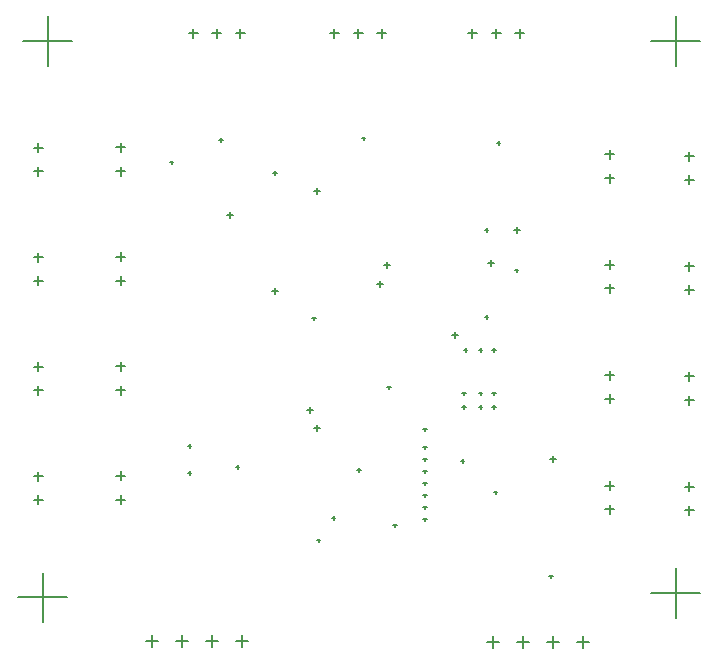
<source format=gbr>
%TF.GenerationSoftware,Altium Limited,Altium Designer,20.0.13 (296)*%
G04 Layer_Color=128*
%FSLAX25Y25*%
%MOIN*%
%TF.FileFunction,Drillmap*%
%TF.Part,Single*%
G01*
G75*
%TA.AperFunction,NonConductor*%
%ADD52C,0.00500*%
D52*
X584500Y156000D02*
X588500D01*
X586500Y154000D02*
Y158000D01*
X564500Y156000D02*
X568500D01*
X566500Y154000D02*
Y158000D01*
X554500Y156000D02*
X558500D01*
X556500Y154000D02*
Y158000D01*
X574500Y156000D02*
X578500D01*
X576500Y154000D02*
Y158000D01*
X471000Y156500D02*
X475000D01*
X473000Y154500D02*
Y158500D01*
X451000Y156500D02*
X455000D01*
X453000Y154500D02*
Y158500D01*
X441000Y156500D02*
X445000D01*
X443000Y154500D02*
Y158500D01*
X461000Y156500D02*
X465000D01*
X463000Y154500D02*
Y158500D01*
X609232Y356500D02*
X625768D01*
X617500Y348232D02*
Y364768D01*
X399854Y356500D02*
X416390D01*
X408122Y348232D02*
Y364768D01*
X398232Y171000D02*
X414768D01*
X406500Y162732D02*
Y179268D01*
X431000Y240126D02*
X434000D01*
X432500Y238626D02*
Y241626D01*
X431000Y248000D02*
X434000D01*
X432500Y246500D02*
Y249500D01*
X431000Y203626D02*
X434000D01*
X432500Y202126D02*
Y205126D01*
X431000Y211500D02*
X434000D01*
X432500Y210000D02*
Y213000D01*
X431000Y276626D02*
X434000D01*
X432500Y275126D02*
Y278126D01*
X431000Y284500D02*
X434000D01*
X432500Y283000D02*
Y286000D01*
X431000Y313126D02*
X434000D01*
X432500Y311626D02*
Y314626D01*
X431000Y321000D02*
X434000D01*
X432500Y319500D02*
Y322500D01*
X403500Y203500D02*
X406500D01*
X405000Y202000D02*
Y205000D01*
X403500Y211374D02*
X406500D01*
X405000Y209874D02*
Y212874D01*
X403500Y240000D02*
X406500D01*
X405000Y238500D02*
Y241500D01*
X403500Y247874D02*
X406500D01*
X405000Y246374D02*
Y249374D01*
X403500Y313000D02*
X406500D01*
X405000Y311500D02*
Y314500D01*
X403500Y320874D02*
X406500D01*
X405000Y319374D02*
Y322374D01*
X403500Y276500D02*
X406500D01*
X405000Y275000D02*
Y278000D01*
X403500Y284374D02*
X406500D01*
X405000Y282874D02*
Y285874D01*
X564000Y359000D02*
X567000D01*
X565500Y357500D02*
Y360500D01*
X556126Y359000D02*
X559126D01*
X557626Y357500D02*
Y360500D01*
X548252Y359000D02*
X551252D01*
X549752Y357500D02*
Y360500D01*
X518000Y359000D02*
X521000D01*
X519500Y357500D02*
Y360500D01*
X510126Y359000D02*
X513126D01*
X511626Y357500D02*
Y360500D01*
X502252Y359000D02*
X505252D01*
X503752Y357500D02*
Y360500D01*
X470874Y359000D02*
X473874D01*
X472374Y357500D02*
Y360500D01*
X463000Y359000D02*
X466000D01*
X464500Y357500D02*
Y360500D01*
X455126Y359000D02*
X458126D01*
X456626Y357500D02*
Y360500D01*
X620500Y310209D02*
X623500D01*
X622000Y308709D02*
Y311709D01*
X620500Y318083D02*
X623500D01*
X622000Y316583D02*
Y319583D01*
X620500Y273500D02*
X623500D01*
X622000Y272000D02*
Y275000D01*
X620500Y281374D02*
X623500D01*
X622000Y279874D02*
Y282874D01*
X594000Y310791D02*
X597000D01*
X595500Y309291D02*
Y312291D01*
X594000Y318665D02*
X597000D01*
X595500Y317165D02*
Y320165D01*
X594000Y274000D02*
X597000D01*
X595500Y272500D02*
Y275500D01*
X594000Y281874D02*
X597000D01*
X595500Y280374D02*
Y283374D01*
X594000Y237209D02*
X597000D01*
X595500Y235709D02*
Y238709D01*
X594000Y245083D02*
X597000D01*
X595500Y243583D02*
Y246583D01*
X609232Y172378D02*
X625768D01*
X617500Y164110D02*
Y180646D01*
X620500Y236791D02*
X623500D01*
X622000Y235291D02*
Y238291D01*
X620500Y244665D02*
X623500D01*
X622000Y243165D02*
Y246165D01*
X594000Y200417D02*
X597000D01*
X595500Y198917D02*
Y201917D01*
X594000Y208291D02*
X597000D01*
X595500Y206791D02*
Y209791D01*
X620500Y200083D02*
X623500D01*
X622000Y198583D02*
Y201583D01*
X620500Y207957D02*
X623500D01*
X622000Y206457D02*
Y209457D01*
X468016Y298500D02*
X469984D01*
X469000Y297516D02*
Y299484D01*
X497016Y227500D02*
X498984D01*
X498000Y226516D02*
Y228484D01*
X494516Y233500D02*
X496484D01*
X495500Y232516D02*
Y234484D01*
X533410Y221000D02*
X534590D01*
X534000Y220409D02*
Y221590D01*
X533410Y217000D02*
X534590D01*
X534000Y216409D02*
Y217590D01*
X556910Y206000D02*
X558090D01*
X557500Y205410D02*
Y206591D01*
X533410Y227000D02*
X534590D01*
X534000Y226410D02*
Y227590D01*
X556410Y234500D02*
X557590D01*
X557000Y233910D02*
Y235090D01*
X551909Y234500D02*
X553090D01*
X552500Y233910D02*
Y235090D01*
X556410Y253500D02*
X557590D01*
X557000Y252909D02*
Y254090D01*
X551909Y253500D02*
X553090D01*
X552500Y252909D02*
Y254090D01*
X546910Y253500D02*
X548091D01*
X547500Y252909D02*
Y254090D01*
X551909Y239000D02*
X553090D01*
X552500Y238409D02*
Y239591D01*
X546410Y234500D02*
X547590D01*
X547000Y233910D02*
Y235090D01*
X556410Y239000D02*
X557590D01*
X557000Y238409D02*
Y239591D01*
X546410Y239000D02*
X547590D01*
X547000Y238409D02*
Y239591D01*
X533410Y213000D02*
X534590D01*
X534000Y212409D02*
Y213591D01*
X533410Y201000D02*
X534590D01*
X534000Y200409D02*
Y201591D01*
X533410Y209000D02*
X534590D01*
X534000Y208410D02*
Y209591D01*
X533410Y197000D02*
X534590D01*
X534000Y196409D02*
Y197591D01*
X533410Y205000D02*
X534590D01*
X534000Y204409D02*
Y205591D01*
X496410Y264000D02*
X497590D01*
X497000Y263409D02*
Y264591D01*
X465410Y323500D02*
X466590D01*
X466000Y322909D02*
Y324091D01*
X512910Y324000D02*
X514090D01*
X513500Y323410D02*
Y324590D01*
X557909Y322500D02*
X559091D01*
X558500Y321909D02*
Y323091D01*
X553909Y293500D02*
X555091D01*
X554500Y292910D02*
Y294091D01*
X563909Y280000D02*
X565091D01*
X564500Y279410D02*
Y280591D01*
X553909Y264500D02*
X555091D01*
X554500Y263910D02*
Y265090D01*
X545910Y216500D02*
X547090D01*
X546500Y215910D02*
Y217091D01*
X575410Y178000D02*
X576590D01*
X576000Y177409D02*
Y178591D01*
X454910Y221500D02*
X456090D01*
X455500Y220910D02*
Y222091D01*
X454910Y212500D02*
X456090D01*
X455500Y211910D02*
Y213090D01*
X497909Y190000D02*
X499090D01*
X498500Y189409D02*
Y190591D01*
X483410Y312500D02*
X484590D01*
X484000Y311910D02*
Y313090D01*
X521410Y241000D02*
X522590D01*
X522000Y240409D02*
Y241590D01*
X470910Y214500D02*
X472090D01*
X471500Y213910D02*
Y215090D01*
X511410Y213500D02*
X512591D01*
X512000Y212910D02*
Y214090D01*
X496954Y306476D02*
X498922D01*
X497938Y305492D02*
Y307460D01*
X448910Y316000D02*
X450091D01*
X449500Y315409D02*
Y316590D01*
X483016Y273000D02*
X484984D01*
X484000Y272016D02*
Y273984D01*
X555016Y282500D02*
X556984D01*
X556000Y281516D02*
Y283484D01*
X563516Y293500D02*
X565484D01*
X564500Y292516D02*
Y294484D01*
X543016Y258500D02*
X544984D01*
X544000Y257516D02*
Y259484D01*
X520230Y281785D02*
X522199D01*
X521215Y280801D02*
Y282770D01*
X518016Y275500D02*
X519984D01*
X519000Y274516D02*
Y276484D01*
X575516Y217000D02*
X577484D01*
X576500Y216016D02*
Y217984D01*
X502910Y197500D02*
X504090D01*
X503500Y196909D02*
Y198091D01*
X523410Y195000D02*
X524590D01*
X524000Y194409D02*
Y195591D01*
%TF.MD5,a3df7512f3666ce9c3829595c565d3d2*%
M02*

</source>
